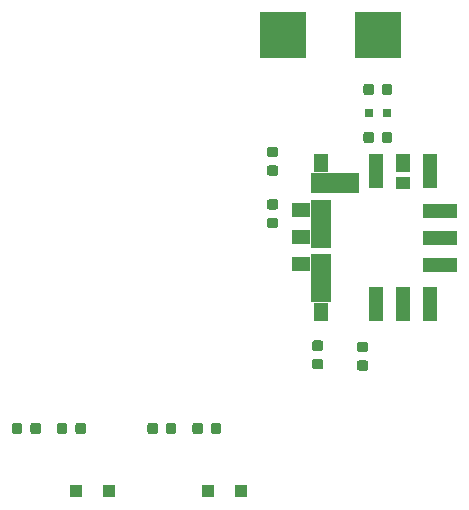
<source format=gbr>
G04 #@! TF.GenerationSoftware,KiCad,Pcbnew,(5.0.2)-1*
G04 #@! TF.CreationDate,2021-04-20T16:55:03+09:00*
G04 #@! TF.ProjectId,pi-ups,70692d75-7073-42e6-9b69-6361645f7063,rev?*
G04 #@! TF.SameCoordinates,Original*
G04 #@! TF.FileFunction,Paste,Top*
G04 #@! TF.FilePolarity,Positive*
%FSLAX46Y46*%
G04 Gerber Fmt 4.6, Leading zero omitted, Abs format (unit mm)*
G04 Created by KiCad (PCBNEW (5.0.2)-1) date 2021/04/20 16:55:03*
%MOMM*%
%LPD*%
G01*
G04 APERTURE LIST*
%ADD10C,0.100000*%
%ADD11C,0.875000*%
%ADD12R,1.770000X4.070000*%
%ADD13R,4.070000X1.770000*%
%ADD14R,1.200000X3.000000*%
%ADD15R,3.000000X1.200000*%
%ADD16R,1.200000X1.500000*%
%ADD17R,1.200000X1.000000*%
%ADD18R,1.200000X1.630000*%
%ADD19R,1.630000X1.200000*%
%ADD20R,3.900000X3.900000*%
%ADD21R,0.800000X0.750000*%
%ADD22R,1.100000X1.100000*%
G04 APERTURE END LIST*
D10*
G04 #@! TO.C,R4*
G36*
X140753191Y-102142053D02*
X140774426Y-102145203D01*
X140795250Y-102150419D01*
X140815462Y-102157651D01*
X140834868Y-102166830D01*
X140853281Y-102177866D01*
X140870524Y-102190654D01*
X140886430Y-102205070D01*
X140900846Y-102220976D01*
X140913634Y-102238219D01*
X140924670Y-102256632D01*
X140933849Y-102276038D01*
X140941081Y-102296250D01*
X140946297Y-102317074D01*
X140949447Y-102338309D01*
X140950500Y-102359750D01*
X140950500Y-102872250D01*
X140949447Y-102893691D01*
X140946297Y-102914926D01*
X140941081Y-102935750D01*
X140933849Y-102955962D01*
X140924670Y-102975368D01*
X140913634Y-102993781D01*
X140900846Y-103011024D01*
X140886430Y-103026930D01*
X140870524Y-103041346D01*
X140853281Y-103054134D01*
X140834868Y-103065170D01*
X140815462Y-103074349D01*
X140795250Y-103081581D01*
X140774426Y-103086797D01*
X140753191Y-103089947D01*
X140731750Y-103091000D01*
X140294250Y-103091000D01*
X140272809Y-103089947D01*
X140251574Y-103086797D01*
X140230750Y-103081581D01*
X140210538Y-103074349D01*
X140191132Y-103065170D01*
X140172719Y-103054134D01*
X140155476Y-103041346D01*
X140139570Y-103026930D01*
X140125154Y-103011024D01*
X140112366Y-102993781D01*
X140101330Y-102975368D01*
X140092151Y-102955962D01*
X140084919Y-102935750D01*
X140079703Y-102914926D01*
X140076553Y-102893691D01*
X140075500Y-102872250D01*
X140075500Y-102359750D01*
X140076553Y-102338309D01*
X140079703Y-102317074D01*
X140084919Y-102296250D01*
X140092151Y-102276038D01*
X140101330Y-102256632D01*
X140112366Y-102238219D01*
X140125154Y-102220976D01*
X140139570Y-102205070D01*
X140155476Y-102190654D01*
X140172719Y-102177866D01*
X140191132Y-102166830D01*
X140210538Y-102157651D01*
X140230750Y-102150419D01*
X140251574Y-102145203D01*
X140272809Y-102142053D01*
X140294250Y-102141000D01*
X140731750Y-102141000D01*
X140753191Y-102142053D01*
X140753191Y-102142053D01*
G37*
D11*
X140513000Y-102616000D03*
D10*
G36*
X139178191Y-102142053D02*
X139199426Y-102145203D01*
X139220250Y-102150419D01*
X139240462Y-102157651D01*
X139259868Y-102166830D01*
X139278281Y-102177866D01*
X139295524Y-102190654D01*
X139311430Y-102205070D01*
X139325846Y-102220976D01*
X139338634Y-102238219D01*
X139349670Y-102256632D01*
X139358849Y-102276038D01*
X139366081Y-102296250D01*
X139371297Y-102317074D01*
X139374447Y-102338309D01*
X139375500Y-102359750D01*
X139375500Y-102872250D01*
X139374447Y-102893691D01*
X139371297Y-102914926D01*
X139366081Y-102935750D01*
X139358849Y-102955962D01*
X139349670Y-102975368D01*
X139338634Y-102993781D01*
X139325846Y-103011024D01*
X139311430Y-103026930D01*
X139295524Y-103041346D01*
X139278281Y-103054134D01*
X139259868Y-103065170D01*
X139240462Y-103074349D01*
X139220250Y-103081581D01*
X139199426Y-103086797D01*
X139178191Y-103089947D01*
X139156750Y-103091000D01*
X138719250Y-103091000D01*
X138697809Y-103089947D01*
X138676574Y-103086797D01*
X138655750Y-103081581D01*
X138635538Y-103074349D01*
X138616132Y-103065170D01*
X138597719Y-103054134D01*
X138580476Y-103041346D01*
X138564570Y-103026930D01*
X138550154Y-103011024D01*
X138537366Y-102993781D01*
X138526330Y-102975368D01*
X138517151Y-102955962D01*
X138509919Y-102935750D01*
X138504703Y-102914926D01*
X138501553Y-102893691D01*
X138500500Y-102872250D01*
X138500500Y-102359750D01*
X138501553Y-102338309D01*
X138504703Y-102317074D01*
X138509919Y-102296250D01*
X138517151Y-102276038D01*
X138526330Y-102256632D01*
X138537366Y-102238219D01*
X138550154Y-102220976D01*
X138564570Y-102205070D01*
X138580476Y-102190654D01*
X138597719Y-102177866D01*
X138616132Y-102166830D01*
X138635538Y-102157651D01*
X138655750Y-102150419D01*
X138676574Y-102145203D01*
X138697809Y-102142053D01*
X138719250Y-102141000D01*
X139156750Y-102141000D01*
X139178191Y-102142053D01*
X139178191Y-102142053D01*
G37*
D11*
X138938000Y-102616000D03*
G04 #@! TD*
D12*
G04 #@! TO.C,U1*
X134950000Y-118600000D03*
X134950000Y-114020000D03*
D13*
X136100000Y-110580000D03*
D14*
X139530000Y-120770000D03*
X141820000Y-120770000D03*
X144110000Y-120770000D03*
D15*
X145010000Y-117460000D03*
X145010000Y-115170000D03*
X145010000Y-112880000D03*
D14*
X139530000Y-109570000D03*
X144110000Y-109570000D03*
D16*
X141820000Y-108820000D03*
D17*
X141820000Y-110570000D03*
D18*
X134950000Y-121450000D03*
D19*
X133250000Y-117440000D03*
X133250000Y-115150000D03*
X133250000Y-112860000D03*
D18*
X134950000Y-108880000D03*
G04 #@! TD*
D20*
G04 #@! TO.C,D1*
X131700000Y-98044000D03*
X139700000Y-98044000D03*
G04 #@! TD*
D21*
G04 #@! TO.C,D2*
X140462000Y-104648000D03*
X138962000Y-104648000D03*
G04 #@! TD*
D22*
G04 #@! TO.C,D3*
X128146000Y-136652000D03*
X125346000Y-136652000D03*
G04 #@! TD*
G04 #@! TO.C,D4*
X114170000Y-136652000D03*
X116970000Y-136652000D03*
G04 #@! TD*
D10*
G04 #@! TO.C,C2*
G36*
X134897691Y-123871053D02*
X134918926Y-123874203D01*
X134939750Y-123879419D01*
X134959962Y-123886651D01*
X134979368Y-123895830D01*
X134997781Y-123906866D01*
X135015024Y-123919654D01*
X135030930Y-123934070D01*
X135045346Y-123949976D01*
X135058134Y-123967219D01*
X135069170Y-123985632D01*
X135078349Y-124005038D01*
X135085581Y-124025250D01*
X135090797Y-124046074D01*
X135093947Y-124067309D01*
X135095000Y-124088750D01*
X135095000Y-124526250D01*
X135093947Y-124547691D01*
X135090797Y-124568926D01*
X135085581Y-124589750D01*
X135078349Y-124609962D01*
X135069170Y-124629368D01*
X135058134Y-124647781D01*
X135045346Y-124665024D01*
X135030930Y-124680930D01*
X135015024Y-124695346D01*
X134997781Y-124708134D01*
X134979368Y-124719170D01*
X134959962Y-124728349D01*
X134939750Y-124735581D01*
X134918926Y-124740797D01*
X134897691Y-124743947D01*
X134876250Y-124745000D01*
X134363750Y-124745000D01*
X134342309Y-124743947D01*
X134321074Y-124740797D01*
X134300250Y-124735581D01*
X134280038Y-124728349D01*
X134260632Y-124719170D01*
X134242219Y-124708134D01*
X134224976Y-124695346D01*
X134209070Y-124680930D01*
X134194654Y-124665024D01*
X134181866Y-124647781D01*
X134170830Y-124629368D01*
X134161651Y-124609962D01*
X134154419Y-124589750D01*
X134149203Y-124568926D01*
X134146053Y-124547691D01*
X134145000Y-124526250D01*
X134145000Y-124088750D01*
X134146053Y-124067309D01*
X134149203Y-124046074D01*
X134154419Y-124025250D01*
X134161651Y-124005038D01*
X134170830Y-123985632D01*
X134181866Y-123967219D01*
X134194654Y-123949976D01*
X134209070Y-123934070D01*
X134224976Y-123919654D01*
X134242219Y-123906866D01*
X134260632Y-123895830D01*
X134280038Y-123886651D01*
X134300250Y-123879419D01*
X134321074Y-123874203D01*
X134342309Y-123871053D01*
X134363750Y-123870000D01*
X134876250Y-123870000D01*
X134897691Y-123871053D01*
X134897691Y-123871053D01*
G37*
D11*
X134620000Y-124307500D03*
D10*
G36*
X134897691Y-125446053D02*
X134918926Y-125449203D01*
X134939750Y-125454419D01*
X134959962Y-125461651D01*
X134979368Y-125470830D01*
X134997781Y-125481866D01*
X135015024Y-125494654D01*
X135030930Y-125509070D01*
X135045346Y-125524976D01*
X135058134Y-125542219D01*
X135069170Y-125560632D01*
X135078349Y-125580038D01*
X135085581Y-125600250D01*
X135090797Y-125621074D01*
X135093947Y-125642309D01*
X135095000Y-125663750D01*
X135095000Y-126101250D01*
X135093947Y-126122691D01*
X135090797Y-126143926D01*
X135085581Y-126164750D01*
X135078349Y-126184962D01*
X135069170Y-126204368D01*
X135058134Y-126222781D01*
X135045346Y-126240024D01*
X135030930Y-126255930D01*
X135015024Y-126270346D01*
X134997781Y-126283134D01*
X134979368Y-126294170D01*
X134959962Y-126303349D01*
X134939750Y-126310581D01*
X134918926Y-126315797D01*
X134897691Y-126318947D01*
X134876250Y-126320000D01*
X134363750Y-126320000D01*
X134342309Y-126318947D01*
X134321074Y-126315797D01*
X134300250Y-126310581D01*
X134280038Y-126303349D01*
X134260632Y-126294170D01*
X134242219Y-126283134D01*
X134224976Y-126270346D01*
X134209070Y-126255930D01*
X134194654Y-126240024D01*
X134181866Y-126222781D01*
X134170830Y-126204368D01*
X134161651Y-126184962D01*
X134154419Y-126164750D01*
X134149203Y-126143926D01*
X134146053Y-126122691D01*
X134145000Y-126101250D01*
X134145000Y-125663750D01*
X134146053Y-125642309D01*
X134149203Y-125621074D01*
X134154419Y-125600250D01*
X134161651Y-125580038D01*
X134170830Y-125560632D01*
X134181866Y-125542219D01*
X134194654Y-125524976D01*
X134209070Y-125509070D01*
X134224976Y-125494654D01*
X134242219Y-125481866D01*
X134260632Y-125470830D01*
X134280038Y-125461651D01*
X134300250Y-125454419D01*
X134321074Y-125449203D01*
X134342309Y-125446053D01*
X134363750Y-125445000D01*
X134876250Y-125445000D01*
X134897691Y-125446053D01*
X134897691Y-125446053D01*
G37*
D11*
X134620000Y-125882500D03*
G04 #@! TD*
D10*
G04 #@! TO.C,C3*
G36*
X131087691Y-107476053D02*
X131108926Y-107479203D01*
X131129750Y-107484419D01*
X131149962Y-107491651D01*
X131169368Y-107500830D01*
X131187781Y-107511866D01*
X131205024Y-107524654D01*
X131220930Y-107539070D01*
X131235346Y-107554976D01*
X131248134Y-107572219D01*
X131259170Y-107590632D01*
X131268349Y-107610038D01*
X131275581Y-107630250D01*
X131280797Y-107651074D01*
X131283947Y-107672309D01*
X131285000Y-107693750D01*
X131285000Y-108131250D01*
X131283947Y-108152691D01*
X131280797Y-108173926D01*
X131275581Y-108194750D01*
X131268349Y-108214962D01*
X131259170Y-108234368D01*
X131248134Y-108252781D01*
X131235346Y-108270024D01*
X131220930Y-108285930D01*
X131205024Y-108300346D01*
X131187781Y-108313134D01*
X131169368Y-108324170D01*
X131149962Y-108333349D01*
X131129750Y-108340581D01*
X131108926Y-108345797D01*
X131087691Y-108348947D01*
X131066250Y-108350000D01*
X130553750Y-108350000D01*
X130532309Y-108348947D01*
X130511074Y-108345797D01*
X130490250Y-108340581D01*
X130470038Y-108333349D01*
X130450632Y-108324170D01*
X130432219Y-108313134D01*
X130414976Y-108300346D01*
X130399070Y-108285930D01*
X130384654Y-108270024D01*
X130371866Y-108252781D01*
X130360830Y-108234368D01*
X130351651Y-108214962D01*
X130344419Y-108194750D01*
X130339203Y-108173926D01*
X130336053Y-108152691D01*
X130335000Y-108131250D01*
X130335000Y-107693750D01*
X130336053Y-107672309D01*
X130339203Y-107651074D01*
X130344419Y-107630250D01*
X130351651Y-107610038D01*
X130360830Y-107590632D01*
X130371866Y-107572219D01*
X130384654Y-107554976D01*
X130399070Y-107539070D01*
X130414976Y-107524654D01*
X130432219Y-107511866D01*
X130450632Y-107500830D01*
X130470038Y-107491651D01*
X130490250Y-107484419D01*
X130511074Y-107479203D01*
X130532309Y-107476053D01*
X130553750Y-107475000D01*
X131066250Y-107475000D01*
X131087691Y-107476053D01*
X131087691Y-107476053D01*
G37*
D11*
X130810000Y-107912500D03*
D10*
G36*
X131087691Y-109051053D02*
X131108926Y-109054203D01*
X131129750Y-109059419D01*
X131149962Y-109066651D01*
X131169368Y-109075830D01*
X131187781Y-109086866D01*
X131205024Y-109099654D01*
X131220930Y-109114070D01*
X131235346Y-109129976D01*
X131248134Y-109147219D01*
X131259170Y-109165632D01*
X131268349Y-109185038D01*
X131275581Y-109205250D01*
X131280797Y-109226074D01*
X131283947Y-109247309D01*
X131285000Y-109268750D01*
X131285000Y-109706250D01*
X131283947Y-109727691D01*
X131280797Y-109748926D01*
X131275581Y-109769750D01*
X131268349Y-109789962D01*
X131259170Y-109809368D01*
X131248134Y-109827781D01*
X131235346Y-109845024D01*
X131220930Y-109860930D01*
X131205024Y-109875346D01*
X131187781Y-109888134D01*
X131169368Y-109899170D01*
X131149962Y-109908349D01*
X131129750Y-109915581D01*
X131108926Y-109920797D01*
X131087691Y-109923947D01*
X131066250Y-109925000D01*
X130553750Y-109925000D01*
X130532309Y-109923947D01*
X130511074Y-109920797D01*
X130490250Y-109915581D01*
X130470038Y-109908349D01*
X130450632Y-109899170D01*
X130432219Y-109888134D01*
X130414976Y-109875346D01*
X130399070Y-109860930D01*
X130384654Y-109845024D01*
X130371866Y-109827781D01*
X130360830Y-109809368D01*
X130351651Y-109789962D01*
X130344419Y-109769750D01*
X130339203Y-109748926D01*
X130336053Y-109727691D01*
X130335000Y-109706250D01*
X130335000Y-109268750D01*
X130336053Y-109247309D01*
X130339203Y-109226074D01*
X130344419Y-109205250D01*
X130351651Y-109185038D01*
X130360830Y-109165632D01*
X130371866Y-109147219D01*
X130384654Y-109129976D01*
X130399070Y-109114070D01*
X130414976Y-109099654D01*
X130432219Y-109086866D01*
X130450632Y-109075830D01*
X130470038Y-109066651D01*
X130490250Y-109059419D01*
X130511074Y-109054203D01*
X130532309Y-109051053D01*
X130553750Y-109050000D01*
X131066250Y-109050000D01*
X131087691Y-109051053D01*
X131087691Y-109051053D01*
G37*
D11*
X130810000Y-109487500D03*
G04 #@! TD*
D10*
G04 #@! TO.C,R1*
G36*
X138707691Y-125561053D02*
X138728926Y-125564203D01*
X138749750Y-125569419D01*
X138769962Y-125576651D01*
X138789368Y-125585830D01*
X138807781Y-125596866D01*
X138825024Y-125609654D01*
X138840930Y-125624070D01*
X138855346Y-125639976D01*
X138868134Y-125657219D01*
X138879170Y-125675632D01*
X138888349Y-125695038D01*
X138895581Y-125715250D01*
X138900797Y-125736074D01*
X138903947Y-125757309D01*
X138905000Y-125778750D01*
X138905000Y-126216250D01*
X138903947Y-126237691D01*
X138900797Y-126258926D01*
X138895581Y-126279750D01*
X138888349Y-126299962D01*
X138879170Y-126319368D01*
X138868134Y-126337781D01*
X138855346Y-126355024D01*
X138840930Y-126370930D01*
X138825024Y-126385346D01*
X138807781Y-126398134D01*
X138789368Y-126409170D01*
X138769962Y-126418349D01*
X138749750Y-126425581D01*
X138728926Y-126430797D01*
X138707691Y-126433947D01*
X138686250Y-126435000D01*
X138173750Y-126435000D01*
X138152309Y-126433947D01*
X138131074Y-126430797D01*
X138110250Y-126425581D01*
X138090038Y-126418349D01*
X138070632Y-126409170D01*
X138052219Y-126398134D01*
X138034976Y-126385346D01*
X138019070Y-126370930D01*
X138004654Y-126355024D01*
X137991866Y-126337781D01*
X137980830Y-126319368D01*
X137971651Y-126299962D01*
X137964419Y-126279750D01*
X137959203Y-126258926D01*
X137956053Y-126237691D01*
X137955000Y-126216250D01*
X137955000Y-125778750D01*
X137956053Y-125757309D01*
X137959203Y-125736074D01*
X137964419Y-125715250D01*
X137971651Y-125695038D01*
X137980830Y-125675632D01*
X137991866Y-125657219D01*
X138004654Y-125639976D01*
X138019070Y-125624070D01*
X138034976Y-125609654D01*
X138052219Y-125596866D01*
X138070632Y-125585830D01*
X138090038Y-125576651D01*
X138110250Y-125569419D01*
X138131074Y-125564203D01*
X138152309Y-125561053D01*
X138173750Y-125560000D01*
X138686250Y-125560000D01*
X138707691Y-125561053D01*
X138707691Y-125561053D01*
G37*
D11*
X138430000Y-125997500D03*
D10*
G36*
X138707691Y-123986053D02*
X138728926Y-123989203D01*
X138749750Y-123994419D01*
X138769962Y-124001651D01*
X138789368Y-124010830D01*
X138807781Y-124021866D01*
X138825024Y-124034654D01*
X138840930Y-124049070D01*
X138855346Y-124064976D01*
X138868134Y-124082219D01*
X138879170Y-124100632D01*
X138888349Y-124120038D01*
X138895581Y-124140250D01*
X138900797Y-124161074D01*
X138903947Y-124182309D01*
X138905000Y-124203750D01*
X138905000Y-124641250D01*
X138903947Y-124662691D01*
X138900797Y-124683926D01*
X138895581Y-124704750D01*
X138888349Y-124724962D01*
X138879170Y-124744368D01*
X138868134Y-124762781D01*
X138855346Y-124780024D01*
X138840930Y-124795930D01*
X138825024Y-124810346D01*
X138807781Y-124823134D01*
X138789368Y-124834170D01*
X138769962Y-124843349D01*
X138749750Y-124850581D01*
X138728926Y-124855797D01*
X138707691Y-124858947D01*
X138686250Y-124860000D01*
X138173750Y-124860000D01*
X138152309Y-124858947D01*
X138131074Y-124855797D01*
X138110250Y-124850581D01*
X138090038Y-124843349D01*
X138070632Y-124834170D01*
X138052219Y-124823134D01*
X138034976Y-124810346D01*
X138019070Y-124795930D01*
X138004654Y-124780024D01*
X137991866Y-124762781D01*
X137980830Y-124744368D01*
X137971651Y-124724962D01*
X137964419Y-124704750D01*
X137959203Y-124683926D01*
X137956053Y-124662691D01*
X137955000Y-124641250D01*
X137955000Y-124203750D01*
X137956053Y-124182309D01*
X137959203Y-124161074D01*
X137964419Y-124140250D01*
X137971651Y-124120038D01*
X137980830Y-124100632D01*
X137991866Y-124082219D01*
X138004654Y-124064976D01*
X138019070Y-124049070D01*
X138034976Y-124034654D01*
X138052219Y-124021866D01*
X138070632Y-124010830D01*
X138090038Y-124001651D01*
X138110250Y-123994419D01*
X138131074Y-123989203D01*
X138152309Y-123986053D01*
X138173750Y-123985000D01*
X138686250Y-123985000D01*
X138707691Y-123986053D01*
X138707691Y-123986053D01*
G37*
D11*
X138430000Y-124422500D03*
G04 #@! TD*
D10*
G04 #@! TO.C,R2*
G36*
X131087691Y-111921053D02*
X131108926Y-111924203D01*
X131129750Y-111929419D01*
X131149962Y-111936651D01*
X131169368Y-111945830D01*
X131187781Y-111956866D01*
X131205024Y-111969654D01*
X131220930Y-111984070D01*
X131235346Y-111999976D01*
X131248134Y-112017219D01*
X131259170Y-112035632D01*
X131268349Y-112055038D01*
X131275581Y-112075250D01*
X131280797Y-112096074D01*
X131283947Y-112117309D01*
X131285000Y-112138750D01*
X131285000Y-112576250D01*
X131283947Y-112597691D01*
X131280797Y-112618926D01*
X131275581Y-112639750D01*
X131268349Y-112659962D01*
X131259170Y-112679368D01*
X131248134Y-112697781D01*
X131235346Y-112715024D01*
X131220930Y-112730930D01*
X131205024Y-112745346D01*
X131187781Y-112758134D01*
X131169368Y-112769170D01*
X131149962Y-112778349D01*
X131129750Y-112785581D01*
X131108926Y-112790797D01*
X131087691Y-112793947D01*
X131066250Y-112795000D01*
X130553750Y-112795000D01*
X130532309Y-112793947D01*
X130511074Y-112790797D01*
X130490250Y-112785581D01*
X130470038Y-112778349D01*
X130450632Y-112769170D01*
X130432219Y-112758134D01*
X130414976Y-112745346D01*
X130399070Y-112730930D01*
X130384654Y-112715024D01*
X130371866Y-112697781D01*
X130360830Y-112679368D01*
X130351651Y-112659962D01*
X130344419Y-112639750D01*
X130339203Y-112618926D01*
X130336053Y-112597691D01*
X130335000Y-112576250D01*
X130335000Y-112138750D01*
X130336053Y-112117309D01*
X130339203Y-112096074D01*
X130344419Y-112075250D01*
X130351651Y-112055038D01*
X130360830Y-112035632D01*
X130371866Y-112017219D01*
X130384654Y-111999976D01*
X130399070Y-111984070D01*
X130414976Y-111969654D01*
X130432219Y-111956866D01*
X130450632Y-111945830D01*
X130470038Y-111936651D01*
X130490250Y-111929419D01*
X130511074Y-111924203D01*
X130532309Y-111921053D01*
X130553750Y-111920000D01*
X131066250Y-111920000D01*
X131087691Y-111921053D01*
X131087691Y-111921053D01*
G37*
D11*
X130810000Y-112357500D03*
D10*
G36*
X131087691Y-113496053D02*
X131108926Y-113499203D01*
X131129750Y-113504419D01*
X131149962Y-113511651D01*
X131169368Y-113520830D01*
X131187781Y-113531866D01*
X131205024Y-113544654D01*
X131220930Y-113559070D01*
X131235346Y-113574976D01*
X131248134Y-113592219D01*
X131259170Y-113610632D01*
X131268349Y-113630038D01*
X131275581Y-113650250D01*
X131280797Y-113671074D01*
X131283947Y-113692309D01*
X131285000Y-113713750D01*
X131285000Y-114151250D01*
X131283947Y-114172691D01*
X131280797Y-114193926D01*
X131275581Y-114214750D01*
X131268349Y-114234962D01*
X131259170Y-114254368D01*
X131248134Y-114272781D01*
X131235346Y-114290024D01*
X131220930Y-114305930D01*
X131205024Y-114320346D01*
X131187781Y-114333134D01*
X131169368Y-114344170D01*
X131149962Y-114353349D01*
X131129750Y-114360581D01*
X131108926Y-114365797D01*
X131087691Y-114368947D01*
X131066250Y-114370000D01*
X130553750Y-114370000D01*
X130532309Y-114368947D01*
X130511074Y-114365797D01*
X130490250Y-114360581D01*
X130470038Y-114353349D01*
X130450632Y-114344170D01*
X130432219Y-114333134D01*
X130414976Y-114320346D01*
X130399070Y-114305930D01*
X130384654Y-114290024D01*
X130371866Y-114272781D01*
X130360830Y-114254368D01*
X130351651Y-114234962D01*
X130344419Y-114214750D01*
X130339203Y-114193926D01*
X130336053Y-114172691D01*
X130335000Y-114151250D01*
X130335000Y-113713750D01*
X130336053Y-113692309D01*
X130339203Y-113671074D01*
X130344419Y-113650250D01*
X130351651Y-113630038D01*
X130360830Y-113610632D01*
X130371866Y-113592219D01*
X130384654Y-113574976D01*
X130399070Y-113559070D01*
X130414976Y-113544654D01*
X130432219Y-113531866D01*
X130450632Y-113520830D01*
X130470038Y-113511651D01*
X130490250Y-113504419D01*
X130511074Y-113499203D01*
X130532309Y-113496053D01*
X130553750Y-113495000D01*
X131066250Y-113495000D01*
X131087691Y-113496053D01*
X131087691Y-113496053D01*
G37*
D11*
X130810000Y-113932500D03*
G04 #@! TD*
D10*
G04 #@! TO.C,R3*
G36*
X139178191Y-106206053D02*
X139199426Y-106209203D01*
X139220250Y-106214419D01*
X139240462Y-106221651D01*
X139259868Y-106230830D01*
X139278281Y-106241866D01*
X139295524Y-106254654D01*
X139311430Y-106269070D01*
X139325846Y-106284976D01*
X139338634Y-106302219D01*
X139349670Y-106320632D01*
X139358849Y-106340038D01*
X139366081Y-106360250D01*
X139371297Y-106381074D01*
X139374447Y-106402309D01*
X139375500Y-106423750D01*
X139375500Y-106936250D01*
X139374447Y-106957691D01*
X139371297Y-106978926D01*
X139366081Y-106999750D01*
X139358849Y-107019962D01*
X139349670Y-107039368D01*
X139338634Y-107057781D01*
X139325846Y-107075024D01*
X139311430Y-107090930D01*
X139295524Y-107105346D01*
X139278281Y-107118134D01*
X139259868Y-107129170D01*
X139240462Y-107138349D01*
X139220250Y-107145581D01*
X139199426Y-107150797D01*
X139178191Y-107153947D01*
X139156750Y-107155000D01*
X138719250Y-107155000D01*
X138697809Y-107153947D01*
X138676574Y-107150797D01*
X138655750Y-107145581D01*
X138635538Y-107138349D01*
X138616132Y-107129170D01*
X138597719Y-107118134D01*
X138580476Y-107105346D01*
X138564570Y-107090930D01*
X138550154Y-107075024D01*
X138537366Y-107057781D01*
X138526330Y-107039368D01*
X138517151Y-107019962D01*
X138509919Y-106999750D01*
X138504703Y-106978926D01*
X138501553Y-106957691D01*
X138500500Y-106936250D01*
X138500500Y-106423750D01*
X138501553Y-106402309D01*
X138504703Y-106381074D01*
X138509919Y-106360250D01*
X138517151Y-106340038D01*
X138526330Y-106320632D01*
X138537366Y-106302219D01*
X138550154Y-106284976D01*
X138564570Y-106269070D01*
X138580476Y-106254654D01*
X138597719Y-106241866D01*
X138616132Y-106230830D01*
X138635538Y-106221651D01*
X138655750Y-106214419D01*
X138676574Y-106209203D01*
X138697809Y-106206053D01*
X138719250Y-106205000D01*
X139156750Y-106205000D01*
X139178191Y-106206053D01*
X139178191Y-106206053D01*
G37*
D11*
X138938000Y-106680000D03*
D10*
G36*
X140753191Y-106206053D02*
X140774426Y-106209203D01*
X140795250Y-106214419D01*
X140815462Y-106221651D01*
X140834868Y-106230830D01*
X140853281Y-106241866D01*
X140870524Y-106254654D01*
X140886430Y-106269070D01*
X140900846Y-106284976D01*
X140913634Y-106302219D01*
X140924670Y-106320632D01*
X140933849Y-106340038D01*
X140941081Y-106360250D01*
X140946297Y-106381074D01*
X140949447Y-106402309D01*
X140950500Y-106423750D01*
X140950500Y-106936250D01*
X140949447Y-106957691D01*
X140946297Y-106978926D01*
X140941081Y-106999750D01*
X140933849Y-107019962D01*
X140924670Y-107039368D01*
X140913634Y-107057781D01*
X140900846Y-107075024D01*
X140886430Y-107090930D01*
X140870524Y-107105346D01*
X140853281Y-107118134D01*
X140834868Y-107129170D01*
X140815462Y-107138349D01*
X140795250Y-107145581D01*
X140774426Y-107150797D01*
X140753191Y-107153947D01*
X140731750Y-107155000D01*
X140294250Y-107155000D01*
X140272809Y-107153947D01*
X140251574Y-107150797D01*
X140230750Y-107145581D01*
X140210538Y-107138349D01*
X140191132Y-107129170D01*
X140172719Y-107118134D01*
X140155476Y-107105346D01*
X140139570Y-107090930D01*
X140125154Y-107075024D01*
X140112366Y-107057781D01*
X140101330Y-107039368D01*
X140092151Y-107019962D01*
X140084919Y-106999750D01*
X140079703Y-106978926D01*
X140076553Y-106957691D01*
X140075500Y-106936250D01*
X140075500Y-106423750D01*
X140076553Y-106402309D01*
X140079703Y-106381074D01*
X140084919Y-106360250D01*
X140092151Y-106340038D01*
X140101330Y-106320632D01*
X140112366Y-106302219D01*
X140125154Y-106284976D01*
X140139570Y-106269070D01*
X140155476Y-106254654D01*
X140172719Y-106241866D01*
X140191132Y-106230830D01*
X140210538Y-106221651D01*
X140230750Y-106214419D01*
X140251574Y-106209203D01*
X140272809Y-106206053D01*
X140294250Y-106205000D01*
X140731750Y-106205000D01*
X140753191Y-106206053D01*
X140753191Y-106206053D01*
G37*
D11*
X140513000Y-106680000D03*
G04 #@! TD*
D10*
G04 #@! TO.C,R5*
G36*
X124700191Y-130844053D02*
X124721426Y-130847203D01*
X124742250Y-130852419D01*
X124762462Y-130859651D01*
X124781868Y-130868830D01*
X124800281Y-130879866D01*
X124817524Y-130892654D01*
X124833430Y-130907070D01*
X124847846Y-130922976D01*
X124860634Y-130940219D01*
X124871670Y-130958632D01*
X124880849Y-130978038D01*
X124888081Y-130998250D01*
X124893297Y-131019074D01*
X124896447Y-131040309D01*
X124897500Y-131061750D01*
X124897500Y-131574250D01*
X124896447Y-131595691D01*
X124893297Y-131616926D01*
X124888081Y-131637750D01*
X124880849Y-131657962D01*
X124871670Y-131677368D01*
X124860634Y-131695781D01*
X124847846Y-131713024D01*
X124833430Y-131728930D01*
X124817524Y-131743346D01*
X124800281Y-131756134D01*
X124781868Y-131767170D01*
X124762462Y-131776349D01*
X124742250Y-131783581D01*
X124721426Y-131788797D01*
X124700191Y-131791947D01*
X124678750Y-131793000D01*
X124241250Y-131793000D01*
X124219809Y-131791947D01*
X124198574Y-131788797D01*
X124177750Y-131783581D01*
X124157538Y-131776349D01*
X124138132Y-131767170D01*
X124119719Y-131756134D01*
X124102476Y-131743346D01*
X124086570Y-131728930D01*
X124072154Y-131713024D01*
X124059366Y-131695781D01*
X124048330Y-131677368D01*
X124039151Y-131657962D01*
X124031919Y-131637750D01*
X124026703Y-131616926D01*
X124023553Y-131595691D01*
X124022500Y-131574250D01*
X124022500Y-131061750D01*
X124023553Y-131040309D01*
X124026703Y-131019074D01*
X124031919Y-130998250D01*
X124039151Y-130978038D01*
X124048330Y-130958632D01*
X124059366Y-130940219D01*
X124072154Y-130922976D01*
X124086570Y-130907070D01*
X124102476Y-130892654D01*
X124119719Y-130879866D01*
X124138132Y-130868830D01*
X124157538Y-130859651D01*
X124177750Y-130852419D01*
X124198574Y-130847203D01*
X124219809Y-130844053D01*
X124241250Y-130843000D01*
X124678750Y-130843000D01*
X124700191Y-130844053D01*
X124700191Y-130844053D01*
G37*
D11*
X124460000Y-131318000D03*
D10*
G36*
X126275191Y-130844053D02*
X126296426Y-130847203D01*
X126317250Y-130852419D01*
X126337462Y-130859651D01*
X126356868Y-130868830D01*
X126375281Y-130879866D01*
X126392524Y-130892654D01*
X126408430Y-130907070D01*
X126422846Y-130922976D01*
X126435634Y-130940219D01*
X126446670Y-130958632D01*
X126455849Y-130978038D01*
X126463081Y-130998250D01*
X126468297Y-131019074D01*
X126471447Y-131040309D01*
X126472500Y-131061750D01*
X126472500Y-131574250D01*
X126471447Y-131595691D01*
X126468297Y-131616926D01*
X126463081Y-131637750D01*
X126455849Y-131657962D01*
X126446670Y-131677368D01*
X126435634Y-131695781D01*
X126422846Y-131713024D01*
X126408430Y-131728930D01*
X126392524Y-131743346D01*
X126375281Y-131756134D01*
X126356868Y-131767170D01*
X126337462Y-131776349D01*
X126317250Y-131783581D01*
X126296426Y-131788797D01*
X126275191Y-131791947D01*
X126253750Y-131793000D01*
X125816250Y-131793000D01*
X125794809Y-131791947D01*
X125773574Y-131788797D01*
X125752750Y-131783581D01*
X125732538Y-131776349D01*
X125713132Y-131767170D01*
X125694719Y-131756134D01*
X125677476Y-131743346D01*
X125661570Y-131728930D01*
X125647154Y-131713024D01*
X125634366Y-131695781D01*
X125623330Y-131677368D01*
X125614151Y-131657962D01*
X125606919Y-131637750D01*
X125601703Y-131616926D01*
X125598553Y-131595691D01*
X125597500Y-131574250D01*
X125597500Y-131061750D01*
X125598553Y-131040309D01*
X125601703Y-131019074D01*
X125606919Y-130998250D01*
X125614151Y-130978038D01*
X125623330Y-130958632D01*
X125634366Y-130940219D01*
X125647154Y-130922976D01*
X125661570Y-130907070D01*
X125677476Y-130892654D01*
X125694719Y-130879866D01*
X125713132Y-130868830D01*
X125732538Y-130859651D01*
X125752750Y-130852419D01*
X125773574Y-130847203D01*
X125794809Y-130844053D01*
X125816250Y-130843000D01*
X126253750Y-130843000D01*
X126275191Y-130844053D01*
X126275191Y-130844053D01*
G37*
D11*
X126035000Y-131318000D03*
G04 #@! TD*
D10*
G04 #@! TO.C,R6*
G36*
X120890191Y-130844053D02*
X120911426Y-130847203D01*
X120932250Y-130852419D01*
X120952462Y-130859651D01*
X120971868Y-130868830D01*
X120990281Y-130879866D01*
X121007524Y-130892654D01*
X121023430Y-130907070D01*
X121037846Y-130922976D01*
X121050634Y-130940219D01*
X121061670Y-130958632D01*
X121070849Y-130978038D01*
X121078081Y-130998250D01*
X121083297Y-131019074D01*
X121086447Y-131040309D01*
X121087500Y-131061750D01*
X121087500Y-131574250D01*
X121086447Y-131595691D01*
X121083297Y-131616926D01*
X121078081Y-131637750D01*
X121070849Y-131657962D01*
X121061670Y-131677368D01*
X121050634Y-131695781D01*
X121037846Y-131713024D01*
X121023430Y-131728930D01*
X121007524Y-131743346D01*
X120990281Y-131756134D01*
X120971868Y-131767170D01*
X120952462Y-131776349D01*
X120932250Y-131783581D01*
X120911426Y-131788797D01*
X120890191Y-131791947D01*
X120868750Y-131793000D01*
X120431250Y-131793000D01*
X120409809Y-131791947D01*
X120388574Y-131788797D01*
X120367750Y-131783581D01*
X120347538Y-131776349D01*
X120328132Y-131767170D01*
X120309719Y-131756134D01*
X120292476Y-131743346D01*
X120276570Y-131728930D01*
X120262154Y-131713024D01*
X120249366Y-131695781D01*
X120238330Y-131677368D01*
X120229151Y-131657962D01*
X120221919Y-131637750D01*
X120216703Y-131616926D01*
X120213553Y-131595691D01*
X120212500Y-131574250D01*
X120212500Y-131061750D01*
X120213553Y-131040309D01*
X120216703Y-131019074D01*
X120221919Y-130998250D01*
X120229151Y-130978038D01*
X120238330Y-130958632D01*
X120249366Y-130940219D01*
X120262154Y-130922976D01*
X120276570Y-130907070D01*
X120292476Y-130892654D01*
X120309719Y-130879866D01*
X120328132Y-130868830D01*
X120347538Y-130859651D01*
X120367750Y-130852419D01*
X120388574Y-130847203D01*
X120409809Y-130844053D01*
X120431250Y-130843000D01*
X120868750Y-130843000D01*
X120890191Y-130844053D01*
X120890191Y-130844053D01*
G37*
D11*
X120650000Y-131318000D03*
D10*
G36*
X122465191Y-130844053D02*
X122486426Y-130847203D01*
X122507250Y-130852419D01*
X122527462Y-130859651D01*
X122546868Y-130868830D01*
X122565281Y-130879866D01*
X122582524Y-130892654D01*
X122598430Y-130907070D01*
X122612846Y-130922976D01*
X122625634Y-130940219D01*
X122636670Y-130958632D01*
X122645849Y-130978038D01*
X122653081Y-130998250D01*
X122658297Y-131019074D01*
X122661447Y-131040309D01*
X122662500Y-131061750D01*
X122662500Y-131574250D01*
X122661447Y-131595691D01*
X122658297Y-131616926D01*
X122653081Y-131637750D01*
X122645849Y-131657962D01*
X122636670Y-131677368D01*
X122625634Y-131695781D01*
X122612846Y-131713024D01*
X122598430Y-131728930D01*
X122582524Y-131743346D01*
X122565281Y-131756134D01*
X122546868Y-131767170D01*
X122527462Y-131776349D01*
X122507250Y-131783581D01*
X122486426Y-131788797D01*
X122465191Y-131791947D01*
X122443750Y-131793000D01*
X122006250Y-131793000D01*
X121984809Y-131791947D01*
X121963574Y-131788797D01*
X121942750Y-131783581D01*
X121922538Y-131776349D01*
X121903132Y-131767170D01*
X121884719Y-131756134D01*
X121867476Y-131743346D01*
X121851570Y-131728930D01*
X121837154Y-131713024D01*
X121824366Y-131695781D01*
X121813330Y-131677368D01*
X121804151Y-131657962D01*
X121796919Y-131637750D01*
X121791703Y-131616926D01*
X121788553Y-131595691D01*
X121787500Y-131574250D01*
X121787500Y-131061750D01*
X121788553Y-131040309D01*
X121791703Y-131019074D01*
X121796919Y-130998250D01*
X121804151Y-130978038D01*
X121813330Y-130958632D01*
X121824366Y-130940219D01*
X121837154Y-130922976D01*
X121851570Y-130907070D01*
X121867476Y-130892654D01*
X121884719Y-130879866D01*
X121903132Y-130868830D01*
X121922538Y-130859651D01*
X121942750Y-130852419D01*
X121963574Y-130847203D01*
X121984809Y-130844053D01*
X122006250Y-130843000D01*
X122443750Y-130843000D01*
X122465191Y-130844053D01*
X122465191Y-130844053D01*
G37*
D11*
X122225000Y-131318000D03*
G04 #@! TD*
D10*
G04 #@! TO.C,R7*
G36*
X113219191Y-130844053D02*
X113240426Y-130847203D01*
X113261250Y-130852419D01*
X113281462Y-130859651D01*
X113300868Y-130868830D01*
X113319281Y-130879866D01*
X113336524Y-130892654D01*
X113352430Y-130907070D01*
X113366846Y-130922976D01*
X113379634Y-130940219D01*
X113390670Y-130958632D01*
X113399849Y-130978038D01*
X113407081Y-130998250D01*
X113412297Y-131019074D01*
X113415447Y-131040309D01*
X113416500Y-131061750D01*
X113416500Y-131574250D01*
X113415447Y-131595691D01*
X113412297Y-131616926D01*
X113407081Y-131637750D01*
X113399849Y-131657962D01*
X113390670Y-131677368D01*
X113379634Y-131695781D01*
X113366846Y-131713024D01*
X113352430Y-131728930D01*
X113336524Y-131743346D01*
X113319281Y-131756134D01*
X113300868Y-131767170D01*
X113281462Y-131776349D01*
X113261250Y-131783581D01*
X113240426Y-131788797D01*
X113219191Y-131791947D01*
X113197750Y-131793000D01*
X112760250Y-131793000D01*
X112738809Y-131791947D01*
X112717574Y-131788797D01*
X112696750Y-131783581D01*
X112676538Y-131776349D01*
X112657132Y-131767170D01*
X112638719Y-131756134D01*
X112621476Y-131743346D01*
X112605570Y-131728930D01*
X112591154Y-131713024D01*
X112578366Y-131695781D01*
X112567330Y-131677368D01*
X112558151Y-131657962D01*
X112550919Y-131637750D01*
X112545703Y-131616926D01*
X112542553Y-131595691D01*
X112541500Y-131574250D01*
X112541500Y-131061750D01*
X112542553Y-131040309D01*
X112545703Y-131019074D01*
X112550919Y-130998250D01*
X112558151Y-130978038D01*
X112567330Y-130958632D01*
X112578366Y-130940219D01*
X112591154Y-130922976D01*
X112605570Y-130907070D01*
X112621476Y-130892654D01*
X112638719Y-130879866D01*
X112657132Y-130868830D01*
X112676538Y-130859651D01*
X112696750Y-130852419D01*
X112717574Y-130847203D01*
X112738809Y-130844053D01*
X112760250Y-130843000D01*
X113197750Y-130843000D01*
X113219191Y-130844053D01*
X113219191Y-130844053D01*
G37*
D11*
X112979000Y-131318000D03*
D10*
G36*
X114794191Y-130844053D02*
X114815426Y-130847203D01*
X114836250Y-130852419D01*
X114856462Y-130859651D01*
X114875868Y-130868830D01*
X114894281Y-130879866D01*
X114911524Y-130892654D01*
X114927430Y-130907070D01*
X114941846Y-130922976D01*
X114954634Y-130940219D01*
X114965670Y-130958632D01*
X114974849Y-130978038D01*
X114982081Y-130998250D01*
X114987297Y-131019074D01*
X114990447Y-131040309D01*
X114991500Y-131061750D01*
X114991500Y-131574250D01*
X114990447Y-131595691D01*
X114987297Y-131616926D01*
X114982081Y-131637750D01*
X114974849Y-131657962D01*
X114965670Y-131677368D01*
X114954634Y-131695781D01*
X114941846Y-131713024D01*
X114927430Y-131728930D01*
X114911524Y-131743346D01*
X114894281Y-131756134D01*
X114875868Y-131767170D01*
X114856462Y-131776349D01*
X114836250Y-131783581D01*
X114815426Y-131788797D01*
X114794191Y-131791947D01*
X114772750Y-131793000D01*
X114335250Y-131793000D01*
X114313809Y-131791947D01*
X114292574Y-131788797D01*
X114271750Y-131783581D01*
X114251538Y-131776349D01*
X114232132Y-131767170D01*
X114213719Y-131756134D01*
X114196476Y-131743346D01*
X114180570Y-131728930D01*
X114166154Y-131713024D01*
X114153366Y-131695781D01*
X114142330Y-131677368D01*
X114133151Y-131657962D01*
X114125919Y-131637750D01*
X114120703Y-131616926D01*
X114117553Y-131595691D01*
X114116500Y-131574250D01*
X114116500Y-131061750D01*
X114117553Y-131040309D01*
X114120703Y-131019074D01*
X114125919Y-130998250D01*
X114133151Y-130978038D01*
X114142330Y-130958632D01*
X114153366Y-130940219D01*
X114166154Y-130922976D01*
X114180570Y-130907070D01*
X114196476Y-130892654D01*
X114213719Y-130879866D01*
X114232132Y-130868830D01*
X114251538Y-130859651D01*
X114271750Y-130852419D01*
X114292574Y-130847203D01*
X114313809Y-130844053D01*
X114335250Y-130843000D01*
X114772750Y-130843000D01*
X114794191Y-130844053D01*
X114794191Y-130844053D01*
G37*
D11*
X114554000Y-131318000D03*
G04 #@! TD*
D10*
G04 #@! TO.C,R8*
G36*
X109409191Y-130844053D02*
X109430426Y-130847203D01*
X109451250Y-130852419D01*
X109471462Y-130859651D01*
X109490868Y-130868830D01*
X109509281Y-130879866D01*
X109526524Y-130892654D01*
X109542430Y-130907070D01*
X109556846Y-130922976D01*
X109569634Y-130940219D01*
X109580670Y-130958632D01*
X109589849Y-130978038D01*
X109597081Y-130998250D01*
X109602297Y-131019074D01*
X109605447Y-131040309D01*
X109606500Y-131061750D01*
X109606500Y-131574250D01*
X109605447Y-131595691D01*
X109602297Y-131616926D01*
X109597081Y-131637750D01*
X109589849Y-131657962D01*
X109580670Y-131677368D01*
X109569634Y-131695781D01*
X109556846Y-131713024D01*
X109542430Y-131728930D01*
X109526524Y-131743346D01*
X109509281Y-131756134D01*
X109490868Y-131767170D01*
X109471462Y-131776349D01*
X109451250Y-131783581D01*
X109430426Y-131788797D01*
X109409191Y-131791947D01*
X109387750Y-131793000D01*
X108950250Y-131793000D01*
X108928809Y-131791947D01*
X108907574Y-131788797D01*
X108886750Y-131783581D01*
X108866538Y-131776349D01*
X108847132Y-131767170D01*
X108828719Y-131756134D01*
X108811476Y-131743346D01*
X108795570Y-131728930D01*
X108781154Y-131713024D01*
X108768366Y-131695781D01*
X108757330Y-131677368D01*
X108748151Y-131657962D01*
X108740919Y-131637750D01*
X108735703Y-131616926D01*
X108732553Y-131595691D01*
X108731500Y-131574250D01*
X108731500Y-131061750D01*
X108732553Y-131040309D01*
X108735703Y-131019074D01*
X108740919Y-130998250D01*
X108748151Y-130978038D01*
X108757330Y-130958632D01*
X108768366Y-130940219D01*
X108781154Y-130922976D01*
X108795570Y-130907070D01*
X108811476Y-130892654D01*
X108828719Y-130879866D01*
X108847132Y-130868830D01*
X108866538Y-130859651D01*
X108886750Y-130852419D01*
X108907574Y-130847203D01*
X108928809Y-130844053D01*
X108950250Y-130843000D01*
X109387750Y-130843000D01*
X109409191Y-130844053D01*
X109409191Y-130844053D01*
G37*
D11*
X109169000Y-131318000D03*
D10*
G36*
X110984191Y-130844053D02*
X111005426Y-130847203D01*
X111026250Y-130852419D01*
X111046462Y-130859651D01*
X111065868Y-130868830D01*
X111084281Y-130879866D01*
X111101524Y-130892654D01*
X111117430Y-130907070D01*
X111131846Y-130922976D01*
X111144634Y-130940219D01*
X111155670Y-130958632D01*
X111164849Y-130978038D01*
X111172081Y-130998250D01*
X111177297Y-131019074D01*
X111180447Y-131040309D01*
X111181500Y-131061750D01*
X111181500Y-131574250D01*
X111180447Y-131595691D01*
X111177297Y-131616926D01*
X111172081Y-131637750D01*
X111164849Y-131657962D01*
X111155670Y-131677368D01*
X111144634Y-131695781D01*
X111131846Y-131713024D01*
X111117430Y-131728930D01*
X111101524Y-131743346D01*
X111084281Y-131756134D01*
X111065868Y-131767170D01*
X111046462Y-131776349D01*
X111026250Y-131783581D01*
X111005426Y-131788797D01*
X110984191Y-131791947D01*
X110962750Y-131793000D01*
X110525250Y-131793000D01*
X110503809Y-131791947D01*
X110482574Y-131788797D01*
X110461750Y-131783581D01*
X110441538Y-131776349D01*
X110422132Y-131767170D01*
X110403719Y-131756134D01*
X110386476Y-131743346D01*
X110370570Y-131728930D01*
X110356154Y-131713024D01*
X110343366Y-131695781D01*
X110332330Y-131677368D01*
X110323151Y-131657962D01*
X110315919Y-131637750D01*
X110310703Y-131616926D01*
X110307553Y-131595691D01*
X110306500Y-131574250D01*
X110306500Y-131061750D01*
X110307553Y-131040309D01*
X110310703Y-131019074D01*
X110315919Y-130998250D01*
X110323151Y-130978038D01*
X110332330Y-130958632D01*
X110343366Y-130940219D01*
X110356154Y-130922976D01*
X110370570Y-130907070D01*
X110386476Y-130892654D01*
X110403719Y-130879866D01*
X110422132Y-130868830D01*
X110441538Y-130859651D01*
X110461750Y-130852419D01*
X110482574Y-130847203D01*
X110503809Y-130844053D01*
X110525250Y-130843000D01*
X110962750Y-130843000D01*
X110984191Y-130844053D01*
X110984191Y-130844053D01*
G37*
D11*
X110744000Y-131318000D03*
G04 #@! TD*
M02*

</source>
